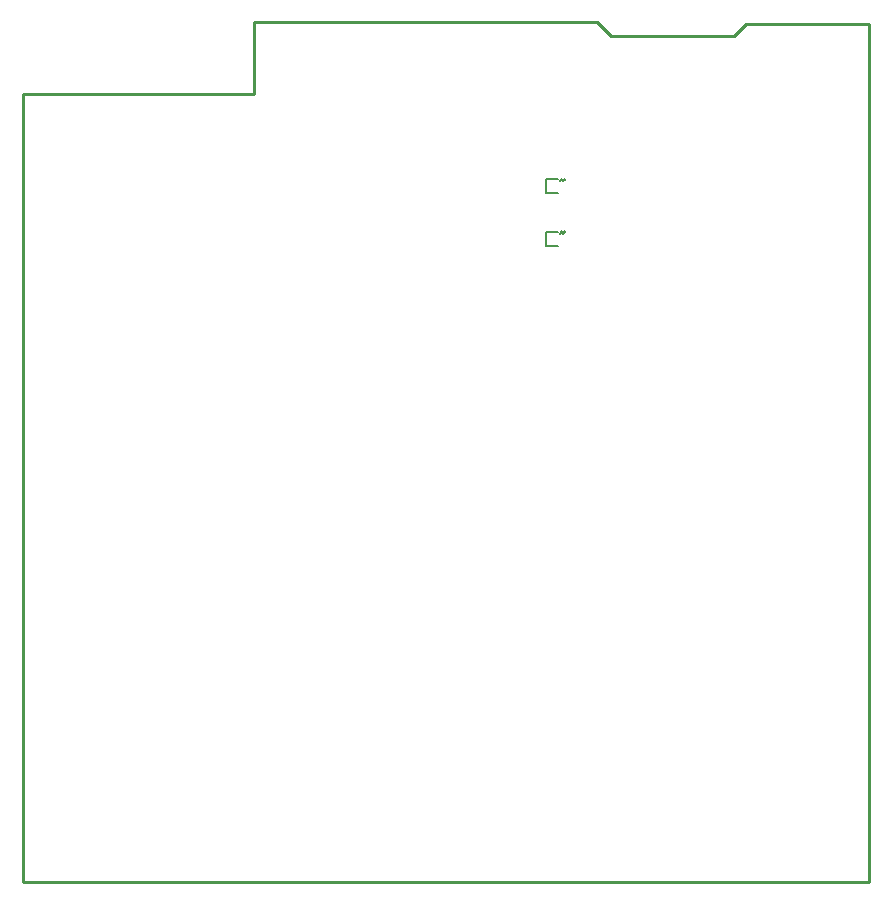
<source format=gbr>
%TF.GenerationSoftware,KiCad,Pcbnew,(6.0.8)*%
%TF.CreationDate,2023-02-19T19:21:06+03:00*%
%TF.ProjectId,ESP32-GATEWAY_Rev_G,45535033-322d-4474-9154-455741595f52,0*%
%TF.SameCoordinates,PX4260300PY8558f68*%
%TF.FileFunction,Other,ECO1*%
%FSLAX46Y46*%
G04 Gerber Fmt 4.6, Leading zero omitted, Abs format (unit mm)*
G04 Created by KiCad (PCBNEW (6.0.8)) date 2023-02-19 19:21:06*
%MOMM*%
%LPD*%
G01*
G04 APERTURE LIST*
%TA.AperFunction,Profile*%
%ADD10C,0.254000*%
%TD*%
%ADD11C,0.127000*%
G04 APERTURE END LIST*
D10*
X48650000Y72773492D02*
X49770000Y71659000D01*
X48650000Y72773492D02*
X19554000Y72769000D01*
X-4000Y66673000D02*
X0Y0D01*
X61200000Y72675000D02*
X71675000Y72675000D01*
X19554000Y66673000D02*
X19554000Y72769000D01*
X60184000Y71659000D02*
X61200000Y72675000D01*
X49770000Y71659000D02*
X60184000Y71659000D01*
X71675000Y72675000D02*
X71675000Y0D01*
X-4000Y66673000D02*
X19554000Y66673000D01*
X0Y0D02*
X71675000Y0D01*
D11*
X44302500Y53870800D02*
X45318500Y53870800D01*
X44302500Y55039200D02*
X45318500Y55039200D01*
X45470900Y54861400D02*
X45648700Y55090000D01*
X45750300Y54861400D02*
X45928100Y55090000D01*
X45648700Y55090000D02*
X45648700Y54988400D01*
X44302500Y55039200D02*
X44302500Y53870800D01*
X45928100Y55090000D02*
X45826500Y55064600D01*
X45928100Y55090000D02*
X45928100Y54988400D01*
X45648700Y55090000D02*
X45547100Y55064600D01*
X45648700Y59535000D02*
X45547100Y59509600D01*
X44302500Y59484200D02*
X45318500Y59484200D01*
X45928100Y59535000D02*
X45928100Y59433400D01*
X45648700Y59535000D02*
X45648700Y59433400D01*
X45750300Y59306400D02*
X45928100Y59535000D01*
X44302500Y59484200D02*
X44302500Y58315800D01*
X45470900Y59306400D02*
X45648700Y59535000D01*
X44302500Y58315800D02*
X45318500Y58315800D01*
X45928100Y59535000D02*
X45826500Y59509600D01*
M02*

</source>
